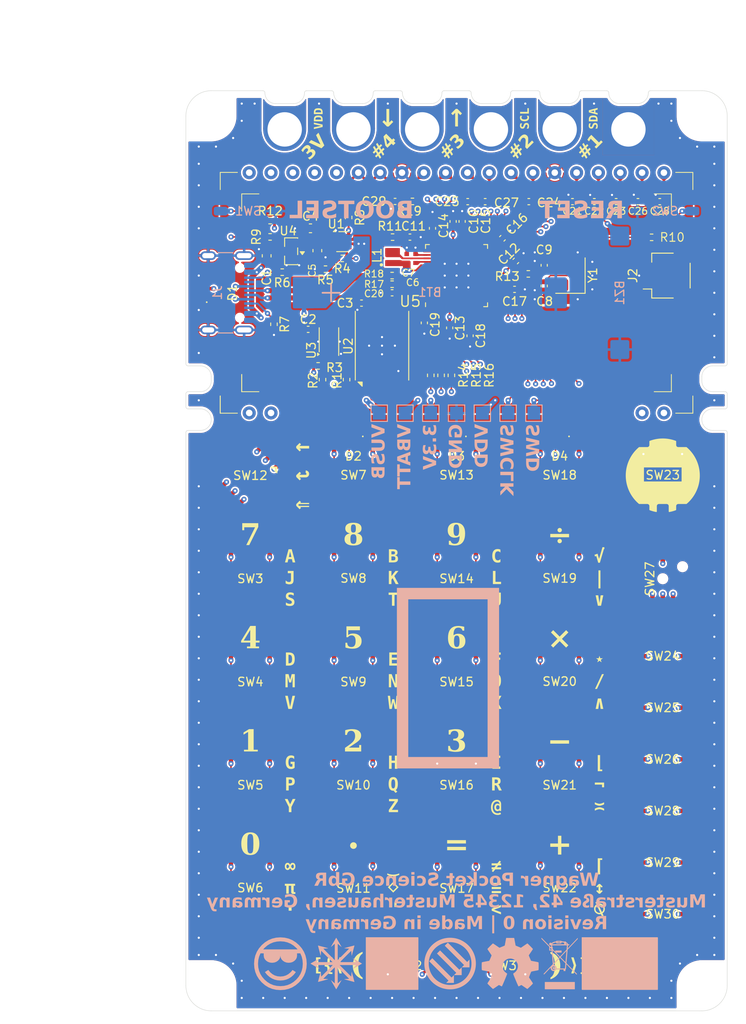
<source format=kicad_pcb>
(kicad_pcb
	(version 20241229)
	(generator "pcbnew")
	(generator_version "9.0")
	(general
		(thickness 1.6)
		(legacy_teardrops no)
	)
	(paper "A4")
	(title_block
		(title "Dentachi")
		(date "2025-12-20")
		(rev "0")
		(company "Wagner Pocket Science GbR")
		(comment 1 "Musterstraße 42")
		(comment 2 "12345 Musterhausen")
		(comment 3 "Germany")
	)
	(layers
		(0 "F.Cu" signal)
		(4 "In1.Cu" signal)
		(6 "In2.Cu" signal)
		(2 "B.Cu" signal)
		(9 "F.Adhes" user "F.Adhesive")
		(11 "B.Adhes" user "B.Adhesive")
		(13 "F.Paste" user)
		(15 "B.Paste" user)
		(5 "F.SilkS" user "F.Silkscreen")
		(7 "B.SilkS" user "B.Silkscreen")
		(1 "F.Mask" user)
		(3 "B.Mask" user)
		(17 "Dwgs.User" user "User.Drawings")
		(19 "Cmts.User" user "User.Comments")
		(21 "Eco1.User" user "User.Eco1")
		(23 "Eco2.User" user "User.Eco2")
		(25 "Edge.Cuts" user)
		(27 "Margin" user)
		(31 "F.CrtYd" user "F.Courtyard")
		(29 "B.CrtYd" user "B.Courtyard")
		(35 "F.Fab" user)
		(33 "B.Fab" user)
	)
	(setup
		(stackup
			(layer "F.SilkS"
				(type "Top Silk Screen")
				(color "White")
			)
			(layer "F.Paste"
				(type "Top Solder Paste")
			)
			(layer "F.Mask"
				(type "Top Solder Mask")
				(color "Black")
				(thickness 0.01)
				(material "Dry Film")
				(epsilon_r 3.3)
				(loss_tangent 0)
			)
			(layer "F.Cu"
				(type "copper")
				(thickness 0.035)
			)
			(layer "dielectric 1"
				(type "prepreg")
				(color "FR4 natural")
				(thickness 0.1)
				(material "FR4")
				(epsilon_r 4.5)
				(loss_tangent 0.02)
			)
			(layer "In1.Cu"
				(type "copper")
				(thickness 0.035)
			)
			(layer "dielectric 2"
				(type "core")
				(color "FR4 natural")
				(thickness 1.24)
				(material "FR4")
				(epsilon_r 4.5)
				(loss_tangent 0.02)
			)
			(layer "In2.Cu"
				(type "copper")
				(thickness 0.035)
			)
			(layer "dielectric 3"
				(type "prepreg")
				(color "FR4 natural")
				(thickness 0.1)
				(material "FR4")
				(epsilon_r 4.5)
				(loss_tangent 0.02)
			)
			(layer "B.Cu"
				(type "copper")
				(thickness 0.035)
			)
			(layer "B.Mask"
				(type "Bottom Solder Mask")
				(color "Black")
				(thickness 0.01)
				(material "Dry Film")
				(epsilon_r 3.3)
				(loss_tangent 0)
			)
			(layer "B.Paste"
				(type "Bottom Solder Paste")
			)
			(layer "B.SilkS"
				(type "Bottom Silk Screen")
				(color "White")
			)
			(copper_finish "None")
			(dielectric_constraints no)
		)
		(pad_to_mask_clearance 0.051)
		(allow_soldermask_bridges_in_footprints no)
		(tenting front back)
		(aux_axis_origin 100 100)
		(grid_origin 100 100)
		(pcbplotparams
			(layerselection 0x00000000_00000000_55555555_55755500)
			(plot_on_all_layers_selection 0x00000000_00000000_00000000_00000000)
			(disableapertmacros no)
			(usegerberextensions no)
			(usegerberattributes no)
			(usegerberadvancedattributes no)
			(creategerberjobfile no)
			(dashed_line_dash_ratio 12.000000)
			(dashed_line_gap_ratio 3.000000)
			(svgprecision 6)
			(plotframeref no)
			(mode 1)
			(useauxorigin no)
			(hpglpennumber 1)
			(hpglpenspeed 20)
			(hpglpendiameter 15.000000)
			(pdf_front_fp_property_popups yes)
			(pdf_back_fp_property_popups yes)
			(pdf_metadata yes)
			(pdf_single_document no)
			(dxfpolygonmode yes)
			(dxfimperialunits yes)
			(dxfusepcbnewfont yes)
			(psnegative no)
			(psa4output no)
			(plot_black_and_white yes)
			(sketchpadsonfab no)
			(plotpadnumbers no)
			(hidednponfab no)
			(sketchdnponfab no)
			(crossoutdnponfab no)
			(subtractmaskfromsilk no)
			(outputformat 5)
			(mirror no)
			(drillshape 0)
			(scaleselection 1)
			(outputdirectory "../Handbook")
		)
	)
	(net 0 "")
	(net 1 "GND")
	(net 2 "+3V0")
	(net 3 "/XIN")
	(net 4 "/XOUT")
	(net 5 "+1V1")
	(net 6 "VDD")
	(net 7 "/~{USB_BOOT}")
	(net 8 "VBUS")
	(net 9 "unconnected-(J1-SBU1-PadA8)")
	(net 10 "unconnected-(J1-SBU2-PadB8)")
	(net 11 "+3V3")
	(net 12 "Net-(J1-CC2)")
	(net 13 "/VREG_LX")
	(net 14 "/QSPI_SD1")
	(net 15 "/QSPI_SD2")
	(net 16 "/QSPI_SD0")
	(net 17 "/QSPI_SCLK")
	(net 18 "/QSPI_SD3")
	(net 19 "/GPIO16")
	(net 20 "/GPIO17")
	(net 21 "/GPIO0")
	(net 22 "/GPIO18")
	(net 23 "/GPIO19")
	(net 24 "/GPIO20")
	(net 25 "/GPIO21")
	(net 26 "/GPIO22")
	(net 27 "/GPIO23")
	(net 28 "/GPIO24")
	(net 29 "/GPIO25")
	(net 30 "/GPIO26_ADC0")
	(net 31 "/GPIO27_ADC1")
	(net 32 "/GPIO28_ADC2")
	(net 33 "/GPIO29_ADC3")
	(net 34 "/GPIO1")
	(net 35 "/GPIO2")
	(net 36 "/RUN")
	(net 37 "/SWD")
	(net 38 "/SWCLK")
	(net 39 "/QSPI_SS")
	(net 40 "/GPIO3")
	(net 41 "/GPIO4")
	(net 42 "/GPIO5")
	(net 43 "/GPIO6")
	(net 44 "/GPIO7")
	(net 45 "/USB_D+")
	(net 46 "/USB_D-")
	(net 47 "Net-(C9-Pad1)")
	(net 48 "/GPIO8")
	(net 49 "/VREG_AVDD")
	(net 50 "/FLASH_SS")
	(net 51 "/GPIO9")
	(net 52 "/GPIO10")
	(net 53 "/GPIO11")
	(net 54 "/GPIO12")
	(net 55 "/GPIO13")
	(net 56 "/GPIO14")
	(net 57 "/GPIO15")
	(net 58 "unconnected-(LCD1-NC-Pad1)")
	(net 59 "unconnected-(LCD1-NC-Pad20)")
	(net 60 "unconnected-(LCD1-NC-Pad19)")
	(net 61 "unconnected-(LCD1-NC-Pad2)")
	(net 62 "Net-(LCD1-V4)")
	(net 63 "Net-(LCD1-V3)")
	(net 64 "Net-(LCD1-V2)")
	(net 65 "Net-(LCD1-CAP1P)")
	(net 66 "Net-(LCD1-CAP1N)")
	(net 67 "Net-(LCD1-V1)")
	(net 68 "Net-(LCD1-CAP2N)")
	(net 69 "Net-(LCD1-CAP2P)")
	(net 70 "Net-(LCD1-CAP3P)")
	(net 71 "Net-(LCD1-V0)")
	(net 72 "Net-(J1-CC1)")
	(net 73 "/PSRAM_SS")
	(net 74 "Net-(U5-USB_DP)")
	(net 75 "Net-(U1-PR1)")
	(net 76 "Net-(D1-A)")
	(net 77 "Net-(D2-A)")
	(net 78 "Net-(D3-A)")
	(net 79 "Net-(R10-Pad2)")
	(net 80 "Net-(D4-A)")
	(net 81 "Net-(U5-USB_DM)")
	(net 82 "Net-(LCD1-VOUT)")
	(footprint "Resistor_SMD:R_0402_1005Metric" (layer "F.Cu") (at 84.75 67.25 180))
	(footprint "Capacitor_SMD:C_0402_1005Metric" (layer "F.Cu") (at 106.75 69.6))
	(footprint "dentachi:EA_DOGM132-5" (layer "F.Cu") (at 100 70))
	(footprint "Capacitor_SMD:C_0402_1005Metric" (layer "F.Cu") (at 101.575 75 -90))
	(footprint "Capacitor_SMD:C_0603_1608Metric" (layer "F.Cu") (at 83.799999 65.1 -90))
	(footprint "dentachi:KEY-SMD_L6.1-W3.7-LS6.8" (layer "F.Cu") (at 124 124.25))
	(footprint "Resistor_SMD:R_0402_1005Metric" (layer "F.Cu") (at 92.5 69))
	(footprint "Capacitor_SMD:C_0402_1005Metric" (layer "F.Cu") (at 99.2 74.08 -90))
	(footprint "Capacitor_SMD:C_0402_1005Metric" (layer "F.Cu") (at 94.575 63.525))
	(footprint "dentachi:KEY-SMD_4P-L6.2-W6.5-P4.50-LS8.0_SKHMXX" (layer "F.Cu") (at 88 127.25 -90))
	(footprint "Capacitor_SMD:C_0603_1608Metric" (layer "F.Cu") (at 83 62.5 180))
	(footprint "dentachi:TestPoint_Plated_Hole_D4.0mm" (layer "F.Cu") (at 112 51))
	(footprint "Resistor_SMD:R_0402_1005Metric" (layer "F.Cu") (at 87.2 80.1 90))
	(footprint "dentachi:KEY-SMD_4P-L6.2-W6.5-P4.50-LS8.0_SKHMXX" (layer "F.Cu") (at 88 103.25 -90))
	(footprint "dentachi:KEY-SMD_L6.1-W3.7-LS6.8" (layer "F.Cu") (at 124 112.25))
	(footprint "dentachi:RP2350-QFN-60-1EP_7x7_P0.4mm_EP3.4x3.4mm_ThermalVias" (layer "F.Cu") (at 100 68 90))
	(footprint "dentachi:TestPoint_Plated_Hole_D4.0mm" (layer "F.Cu") (at 88 51))
	(footprint "Resistor_SMD:R_0402_1005Metric" (layer "F.Cu") (at 122.7 63.55))
	(footprint "Resistor_SMD:R_0402_1005Metric" (layer "F.Cu") (at 78.3 63.5 180))
	(footprint "Capacitor_SMD:C_0402_1005Metric" (layer "F.Cu") (at 103.33 59.4 180))
	(footprint "Resistor_SMD:R_0402_1005Metric" (layer "F.Cu") (at 92.5 68))
	(footprint "dentachi:KEY-SMD_4P-L6.2-W6.5-P4.50-LS8.0_SKHMXX" (layer "F.Cu") (at 100 115.25 -90))
	(footprint "dentachi:KEY-SMD_4P-L6.2-W6.5-P4.50-LS8.0_SKHMXX" (layer "F.Cu") (at 112 115.25 -90))
	(footprint "Resistor_SMD:R_0402_1005Metric" (layer "F.Cu") (at 92.555 63.525))
	(footprint "LED_SMD:LED_0402_1005Metric" (layer "F.Cu") (at 70.925 70 90))
	(footprint "Package_SON:Winbond_USON-8-1EP_3x2mm_P0.5mm_EP0.2x1.6mm" (layer "F.Cu") (at 85.15 75.675 90))
	(footprint "dentachi:KEY-SMD_4P-L6.2-W6.5-P4.50-LS8.0_SKHMXX" (layer "F.Cu") (at 112 91.25 -90))
	(footprint "dentachi:KEY-SMD_4P-L6.2-W6.5-P4.50-LS8.0_SKHMXX" (layer "F.Cu") (at 100 139.25 -90))
	(footprint "dentachi:KEY-SMD_L6.1-W3.7-LS6.8"
		(layer "F.Cu")
		(uuid "4447df84-7420-4244-b4ad-b884f15e7082")
		(at 124 118.25)
		(property "Reference" "SW25"
			(at 0 0 0)
			(layer "F.SilkS")
			(uuid "1e9a146d-913c-450a-8305-3e37caf87428")
			(effects
				(font
					(size 1 1)
					(thickness 0.15)
				)
			)
		)
		(property "Value" "SKQYACE010"
			(at 0 3.5 0)
			(layer "F.Fab")
			(uuid "b59f8c6c-2228-423b-b77c-33319bcb0c1d")
			(effects
				(font
					(size 1 1)
					(thickness 0.15)
				)
			)
		)
		(property "Datasheet" "~"
			(at 0 0 0)
			(layer "F.Fab")
			(hide yes)
			(uuid "9bb043a9-ad38-4f61-844d-a1054bce18a7")
			(effects
				(font
					(size 1.27 1.27)
					(thickness 0.15)
				)
			)
		)
		(property "Description" "Push button switch, generic, two pins"
			(at 0 0 0)
			(layer "F.Fab")
			(hide yes)
			(uuid "5bb9b869-2418-422b-b4a2-b9c425adb037")
			(effects
				(font
					(size 1.27 1.27)
					(thickness 0.15)
				)
			)
		)
		(path "/37f7b69c-a194-450a-8f93-c8dab4b53e87")
		(sheetname "/")
		(sheetfile "dentachi.kicad_sch")
		(attr smd)
		(fp_line
			(start -4.4 -0.9)
			(end -4.4 0.9)
			(stroke
				(width 0.05)
				(type default)
			)
			(layer "F.CrtYd")
			(uuid "aa6ff112-ad54-451f-912d-22a330f0f4a9")
		)
		(fp_line
			(start -4.4 0.9)
			(end -3.4 0.9)
			(stroke
				(width 0.05)
				(type default)
			)
			(layer "F.CrtYd")
			(uuid "5f036843-ff06-4058-9de1-27ac9e49466a")
		)
		(fp_line
			(start -3.4 -2.2)
			(end -3.4 -0.9)
			(stroke
				(width 0.05)
				(type default)
			)
			(layer "F.CrtYd")
			(uuid "38579a4d-39f3-4b96-b4de-d75354c251f3")
		)
		(fp_line
			(start -3.4 -2.2)
			(end 3.4 -2.2)
			(stroke
				(width 0.05)
				(type solid)
			)
			(layer "F.CrtYd")
			(uuid "b75accbc-9d3d-441a-8b69-40d5b2bb0ea4")
		)
		(fp_line
			(start -3.4 -0.9)
			(end -4.4 -0.9)
			(stroke
				(width 0.05)
				(type default)
			)
			(layer "F.CrtYd")
			(uuid "633b456e-f1d9-4df8-8eec-95ac0a8e0e2d")
		)
		(fp_line
			(start -3.4 0.9)
			(end -3.4 2.2)
			(stroke
				(width 0.05)
				(type default)
			)
			(layer "F.CrtYd")
			(uuid "fad78347-3486-4798-bf5f-1ee4c2371b1f")
		)
		(fp_line
			(start 3.4 -0.9)
			(end 3.4 -2.2)
			(stroke
				(width 0.05)
				(type solid)
			)
			(layer "F.CrtYd")
			(uuid "18d5f165-e7b4-4302-a784-cc32a015a101")
		)
		(fp_line
			(start 3.4 -0.9)
			(end 4.4 -0.9)
			(stroke
				(width 0.05)
				(type default)
			)
			(layer "F.CrtYd")
			(uuid "054b5590-408f-4e5b-a172-273a51b6efc8")
		)
		(fp_line
			(start 3.4 0.9)
			(end 3.4 2.2)
			(stroke
				(width 0.05)
				(type solid)
			)
			(layer "F.CrtYd")
			(uuid "c2ac33fc-6850-4e31-9164-f77a5ba2d8a9")
		)
		(fp_line
			(start 3.4 2.2)
			(end -3.4 2.2)
			(stroke
				(width 0.05)
				(type default)
			)
			(layer "F.CrtYd")
			(uuid "f36defa9-32f4-4139-9520-686a8514c8dc")
		)
		(fp_line
			(start 4.4 -0.9)
			(end 4.4 0.9)
			(stroke
				(width 0.05)
				(type solid)
			)
			(layer "F.CrtYd")
			(uuid "51189671-ab06-4aec-a946-e9362e7fb708")
		)
		(fp_line
			(start 4.4 0.9)
			(end 3.4 0.9)
			(stroke
				(width 0.05)
				(type default)
			)
			(layer "F.CrtYd")
			(uuid "af729b0f-2b76-4257-96f2-9f36aac1af64")
		)
		(fp_line
			(start -3.1 -1.9)
			(end -3.1 1.9)
			(stroke
				(width 0.1)
				(type solid)
			)
			(layer "F.Fab")
			(uuid "990f326a-28dc-4db2-85ac-fdbe6ddb338e")
		)
		(fp_line
			(start -3.1 -1.9)
			(end 3.05 -1.9)
			(stroke
				(width 0.1)
				(type solid)
			)
			(layer "F.Fab")
			(uuid "99e23697-5095-410f-b6ac-defc38d3995c")
		)
		(fp_line
			(start -3.1 1.9)
			(end 3.05 1.9)
			(stroke
				(width 0.1)
				(type solid)
			)
			(layer "F.Fab")
			(uuid "6d0a4a46-7308-4bb6-bf0a-33fa14687677")
		)
		(fp_line
			(start -2.54 -1.02)
			(end 2.54 -1.02)
			(stroke
				(width 0.1)
				(type solid)
			)
			(layer "F.Fab")
			(uuid "c2e9c880-35ac-4ced-a221-1372ec0b3be1")
		)
		(fp_line
			(start -2.54 1.02)
			(end -2.54 -1.02)
			(stroke
				(width 0.1)
				(type solid)
			)
			(layer "F.Fab")
			(uuid "a682ba8b-f662-444d-8f17-f217b2446d6f")
		)
		(fp_line
			(start -1.9 -0.51)
			(end -0.88 -0.51)
			(stroke
				(width 0.1)
				(type solid)
			)
			(layer "F.Fab")
			(uuid "1cd04de6-c9e1-4b43-90a6-5b029ee6a672")
		)
		(fp_line
			(start -1.9 0.51)
			(end -1.9 -0.51)
			(stroke
				(width 0.1)
				(type solid)
			)
			(layer "F.Fab")
			(uuid "ebc347fe-af6b-4e0f-a7c8-ef5f3cf187f5")
		)
		(fp_line
			(start -0.88 -0.51)
			(end -0.63 -0.76)
			(stroke
				(width 0.1)
				(type solid)
			)
			(layer "F.Fab")
			(uuid "6e229f55-c8c8-4ae8-bf84-f6580b64a12e")
		)
		(fp_line
			(start -0.88 0.51)
			(end -1.9 0.51)
			(stroke
				(width 0.1)
				(type solid)
			)
			(layer "F.Fab")
			(uuid "cb577a81-5806-4c2b-b5d1-71c93de
... [3832896 chars truncated]
</source>
